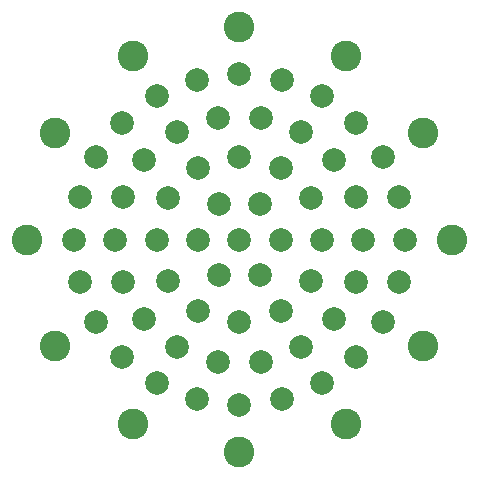
<source format=gbr>
G04 #@! TF.GenerationSoftware,KiCad,Pcbnew,(5.0-dev-4115-gdd04bcb)*
G04 #@! TF.CreationDate,2018-03-10T19:13:24-08:00*
G04 #@! TF.ProjectId,PCB-Condenser-Microphone-Backplate,5043422D436F6E64656E7365722D4D69,rev?*
G04 #@! TF.SameCoordinates,Original*
G04 #@! TF.FileFunction,Soldermask,Bot*
G04 #@! TF.FilePolarity,Negative*
%FSLAX46Y46*%
G04 Gerber Fmt 4.6, Leading zero omitted, Abs format (unit mm)*
G04 Created by KiCad (PCBNEW (5.0-dev-4115-gdd04bcb)) date Saturday, March 10, 2018 at 07:13:24 PM*
%MOMM*%
%LPD*%
G01*
G04 APERTURE LIST*
%ADD10C,2.002000*%
%ADD11C,2.600000*%
G04 APERTURE END LIST*
D10*
X153000000Y-99500000D03*
X156500000Y-99500000D03*
X160000000Y-99500000D03*
X163500000Y-99500000D03*
D11*
X167500000Y-99500000D03*
X165088457Y-90500000D03*
X158500000Y-83911543D03*
X149500000Y-81500000D03*
X140500000Y-83911543D03*
X133911543Y-90500000D03*
X131500000Y-99500000D03*
X133911543Y-108500000D03*
X140500000Y-115088457D03*
X149500000Y-117500000D03*
X158500000Y-115088457D03*
X165088457Y-108500000D03*
D10*
X149500000Y-99500000D03*
X151250000Y-96468911D03*
X147750000Y-96468911D03*
X146000000Y-99500000D03*
X147750000Y-102531089D03*
X151250000Y-102531089D03*
X155562178Y-96000000D03*
X153000000Y-93437822D03*
X149500000Y-92500000D03*
X146000000Y-93437822D03*
X143437822Y-96000000D03*
X142500000Y-99500000D03*
X143437822Y-103000000D03*
X146000000Y-105562178D03*
X149500000Y-106500000D03*
X153000000Y-105562178D03*
X155562178Y-103000000D03*
X159366773Y-95908788D03*
X157543467Y-92750730D03*
X154750000Y-90406733D03*
X151323306Y-89159519D03*
X147676694Y-89159519D03*
X144250000Y-90406733D03*
X141456533Y-92750730D03*
X139633227Y-95908788D03*
X139000000Y-99500000D03*
X139633227Y-103091212D03*
X141456533Y-106249270D03*
X144250000Y-108593267D03*
X147676694Y-109840481D03*
X151323306Y-109840481D03*
X154750000Y-108593267D03*
X157543467Y-106249270D03*
X159366773Y-103091212D03*
X163022962Y-95876533D03*
X161624356Y-92500000D03*
X159399495Y-89600505D03*
X156500000Y-87375644D03*
X153123467Y-85977038D03*
X149500000Y-85500000D03*
X145876533Y-85977038D03*
X142500000Y-87375644D03*
X139600505Y-89600505D03*
X137375644Y-92500000D03*
X135977038Y-95876533D03*
X135500000Y-99500000D03*
X135977038Y-103123467D03*
X137375644Y-106500000D03*
X139600505Y-109399495D03*
X142500000Y-111624356D03*
X145876533Y-113022962D03*
X149500000Y-113500000D03*
X153123467Y-113022962D03*
X156500000Y-111624356D03*
X159399495Y-109399495D03*
X161624356Y-106500000D03*
X163022962Y-103123467D03*
M02*

</source>
